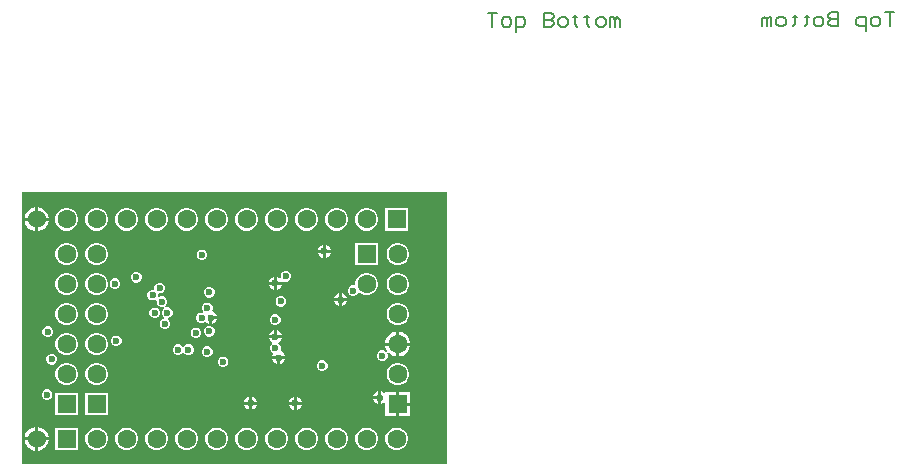
<source format=gbl>
G04*
G04 #@! TF.GenerationSoftware,Altium Limited,Altium Designer,24.3.1 (35)*
G04*
G04 Layer_Physical_Order=4*
G04 Layer_Color=16711680*
%FSLAX44Y44*%
%MOMM*%
G71*
G04*
G04 #@! TF.SameCoordinates,254911FF-814D-4673-B187-D90DD251410E*
G04*
G04*
G04 #@! TF.FilePolarity,Positive*
G04*
G01*
G75*
%ADD15C,0.1500*%
%ADD40C,1.6000*%
%ADD41R,1.6000X1.6000*%
%ADD42R,1.6000X1.6000*%
%ADD43C,1.5240*%
%ADD44C,0.6000*%
G36*
X364902Y5098D02*
X5098D01*
Y234902D01*
X364902D01*
Y5098D01*
D02*
G37*
%LPC*%
G36*
X18938Y222160D02*
X18870D01*
Y213270D01*
X27760D01*
Y213338D01*
X27068Y215922D01*
X25730Y218238D01*
X23838Y220130D01*
X21522Y221468D01*
X18938Y222160D01*
D02*
G37*
G36*
X16330D02*
X16262D01*
X13678Y221468D01*
X11362Y220130D01*
X9470Y218238D01*
X8132Y215922D01*
X7440Y213338D01*
Y213270D01*
X16330D01*
Y222160D01*
D02*
G37*
G36*
X331900Y221500D02*
X312900D01*
Y202500D01*
X331900D01*
Y221500D01*
D02*
G37*
G36*
X298251D02*
X295749D01*
X293333Y220853D01*
X291167Y219602D01*
X289398Y217833D01*
X288148Y215667D01*
X287500Y213251D01*
Y210750D01*
X288148Y208333D01*
X289398Y206167D01*
X291167Y204398D01*
X293333Y203148D01*
X295749Y202500D01*
X298251D01*
X300667Y203148D01*
X302833Y204398D01*
X304602Y206167D01*
X305853Y208333D01*
X306500Y210750D01*
Y213251D01*
X305853Y215667D01*
X304602Y217833D01*
X302833Y219602D01*
X300667Y220853D01*
X298251Y221500D01*
D02*
G37*
G36*
X272851D02*
X270349D01*
X267933Y220853D01*
X265767Y219602D01*
X263998Y217833D01*
X262748Y215667D01*
X262100Y213251D01*
Y210750D01*
X262748Y208333D01*
X263998Y206167D01*
X265767Y204398D01*
X267933Y203148D01*
X270349Y202500D01*
X272851D01*
X275267Y203148D01*
X277433Y204398D01*
X279202Y206167D01*
X280453Y208333D01*
X281100Y210750D01*
Y213251D01*
X280453Y215667D01*
X279202Y217833D01*
X277433Y219602D01*
X275267Y220853D01*
X272851Y221500D01*
D02*
G37*
G36*
X247451D02*
X244949D01*
X242533Y220853D01*
X240367Y219602D01*
X238598Y217833D01*
X237348Y215667D01*
X236700Y213251D01*
Y210750D01*
X237348Y208333D01*
X238598Y206167D01*
X240367Y204398D01*
X242533Y203148D01*
X244949Y202500D01*
X247451D01*
X249867Y203148D01*
X252033Y204398D01*
X253802Y206167D01*
X255053Y208333D01*
X255700Y210750D01*
Y213251D01*
X255053Y215667D01*
X253802Y217833D01*
X252033Y219602D01*
X249867Y220853D01*
X247451Y221500D01*
D02*
G37*
G36*
X222051D02*
X219549D01*
X217133Y220853D01*
X214967Y219602D01*
X213198Y217833D01*
X211948Y215667D01*
X211300Y213251D01*
Y210750D01*
X211948Y208333D01*
X213198Y206167D01*
X214967Y204398D01*
X217133Y203148D01*
X219549Y202500D01*
X222051D01*
X224467Y203148D01*
X226633Y204398D01*
X228402Y206167D01*
X229653Y208333D01*
X230300Y210750D01*
Y213251D01*
X229653Y215667D01*
X228402Y217833D01*
X226633Y219602D01*
X224467Y220853D01*
X222051Y221500D01*
D02*
G37*
G36*
X196651D02*
X194149D01*
X191733Y220853D01*
X189567Y219602D01*
X187798Y217833D01*
X186548Y215667D01*
X185900Y213251D01*
Y210750D01*
X186548Y208333D01*
X187798Y206167D01*
X189567Y204398D01*
X191733Y203148D01*
X194149Y202500D01*
X196651D01*
X199067Y203148D01*
X201233Y204398D01*
X203002Y206167D01*
X204253Y208333D01*
X204900Y210750D01*
Y213251D01*
X204253Y215667D01*
X203002Y217833D01*
X201233Y219602D01*
X199067Y220853D01*
X196651Y221500D01*
D02*
G37*
G36*
X171251D02*
X168749D01*
X166333Y220853D01*
X164167Y219602D01*
X162398Y217833D01*
X161148Y215667D01*
X160500Y213251D01*
Y210750D01*
X161148Y208333D01*
X162398Y206167D01*
X164167Y204398D01*
X166333Y203148D01*
X168749Y202500D01*
X171251D01*
X173667Y203148D01*
X175833Y204398D01*
X177602Y206167D01*
X178853Y208333D01*
X179500Y210750D01*
Y213251D01*
X178853Y215667D01*
X177602Y217833D01*
X175833Y219602D01*
X173667Y220853D01*
X171251Y221500D01*
D02*
G37*
G36*
X145851D02*
X143349D01*
X140933Y220853D01*
X138767Y219602D01*
X136998Y217833D01*
X135748Y215667D01*
X135100Y213251D01*
Y210750D01*
X135748Y208333D01*
X136998Y206167D01*
X138767Y204398D01*
X140933Y203148D01*
X143349Y202500D01*
X145851D01*
X148267Y203148D01*
X150433Y204398D01*
X152202Y206167D01*
X153453Y208333D01*
X154100Y210750D01*
Y213251D01*
X153453Y215667D01*
X152202Y217833D01*
X150433Y219602D01*
X148267Y220853D01*
X145851Y221500D01*
D02*
G37*
G36*
X120451D02*
X117949D01*
X115533Y220853D01*
X113367Y219602D01*
X111598Y217833D01*
X110348Y215667D01*
X109700Y213251D01*
Y210750D01*
X110348Y208333D01*
X111598Y206167D01*
X113367Y204398D01*
X115533Y203148D01*
X117949Y202500D01*
X120451D01*
X122867Y203148D01*
X125033Y204398D01*
X126802Y206167D01*
X128053Y208333D01*
X128700Y210750D01*
Y213251D01*
X128053Y215667D01*
X126802Y217833D01*
X125033Y219602D01*
X122867Y220853D01*
X120451Y221500D01*
D02*
G37*
G36*
X95051D02*
X92549D01*
X90133Y220853D01*
X87967Y219602D01*
X86198Y217833D01*
X84948Y215667D01*
X84300Y213251D01*
Y210750D01*
X84948Y208333D01*
X86198Y206167D01*
X87967Y204398D01*
X90133Y203148D01*
X92549Y202500D01*
X95051D01*
X97467Y203148D01*
X99633Y204398D01*
X101402Y206167D01*
X102653Y208333D01*
X103300Y210750D01*
Y213251D01*
X102653Y215667D01*
X101402Y217833D01*
X99633Y219602D01*
X97467Y220853D01*
X95051Y221500D01*
D02*
G37*
G36*
X69651D02*
X67149D01*
X64733Y220853D01*
X62567Y219602D01*
X60798Y217833D01*
X59548Y215667D01*
X58900Y213251D01*
Y210750D01*
X59548Y208333D01*
X60798Y206167D01*
X62567Y204398D01*
X64733Y203148D01*
X67149Y202500D01*
X69651D01*
X72067Y203148D01*
X74233Y204398D01*
X76002Y206167D01*
X77253Y208333D01*
X77900Y210750D01*
Y213251D01*
X77253Y215667D01*
X76002Y217833D01*
X74233Y219602D01*
X72067Y220853D01*
X69651Y221500D01*
D02*
G37*
G36*
X44251D02*
X41749D01*
X39333Y220853D01*
X37167Y219602D01*
X35398Y217833D01*
X34148Y215667D01*
X33500Y213251D01*
Y210750D01*
X34148Y208333D01*
X35398Y206167D01*
X37167Y204398D01*
X39333Y203148D01*
X41749Y202500D01*
X44251D01*
X46667Y203148D01*
X48833Y204398D01*
X50602Y206167D01*
X51853Y208333D01*
X52500Y210750D01*
Y213251D01*
X51853Y215667D01*
X50602Y217833D01*
X48833Y219602D01*
X46667Y220853D01*
X44251Y221500D01*
D02*
G37*
G36*
X27760Y210730D02*
X18870D01*
Y201840D01*
X18938D01*
X21522Y202532D01*
X23838Y203870D01*
X25730Y205762D01*
X27068Y208078D01*
X27760Y210662D01*
Y210730D01*
D02*
G37*
G36*
X16330D02*
X7440D01*
Y210662D01*
X8132Y208078D01*
X9470Y205762D01*
X11362Y203870D01*
X13678Y202532D01*
X16262Y201840D01*
X16330D01*
Y210730D01*
D02*
G37*
G36*
X262270Y190470D02*
Y186270D01*
X266471D01*
X265697Y188138D01*
X264138Y189697D01*
X262270Y190470D01*
D02*
G37*
G36*
X259730D02*
X257862Y189697D01*
X256304Y188138D01*
X255530Y186270D01*
X259730D01*
Y190470D01*
D02*
G37*
G36*
X266471Y183730D02*
X262270D01*
Y179530D01*
X264138Y180303D01*
X265697Y181862D01*
X266471Y183730D01*
D02*
G37*
G36*
X259730D02*
X255530D01*
X256304Y181862D01*
X257862Y180303D01*
X259730Y179530D01*
Y183730D01*
D02*
G37*
G36*
X158395Y186364D02*
X156605D01*
X154951Y185679D01*
X153685Y184413D01*
X153000Y182759D01*
Y180969D01*
X153685Y179315D01*
X154951Y178049D01*
X156605Y177364D01*
X158395D01*
X160049Y178049D01*
X161315Y179315D01*
X162000Y180969D01*
Y182759D01*
X161315Y184413D01*
X160049Y185679D01*
X158395Y186364D01*
D02*
G37*
G36*
X324651Y192100D02*
X322149D01*
X319733Y191453D01*
X317567Y190202D01*
X315798Y188433D01*
X314548Y186267D01*
X313900Y183851D01*
Y181350D01*
X314548Y178934D01*
X315798Y176767D01*
X317567Y174998D01*
X319733Y173748D01*
X322149Y173100D01*
X324651D01*
X327067Y173748D01*
X329233Y174998D01*
X331002Y176767D01*
X332253Y178934D01*
X332900Y181350D01*
Y183851D01*
X332253Y186267D01*
X331002Y188433D01*
X329233Y190202D01*
X327067Y191453D01*
X324651Y192100D01*
D02*
G37*
G36*
X306500D02*
X287500D01*
Y173100D01*
X306500D01*
Y192100D01*
D02*
G37*
G36*
X69651D02*
X67149D01*
X64733Y191453D01*
X62567Y190202D01*
X60798Y188433D01*
X59548Y186267D01*
X58900Y183851D01*
Y181350D01*
X59548Y178934D01*
X60798Y176767D01*
X62567Y174998D01*
X64733Y173748D01*
X67149Y173100D01*
X69651D01*
X72067Y173748D01*
X74233Y174998D01*
X76002Y176767D01*
X77253Y178934D01*
X77900Y181350D01*
Y183851D01*
X77253Y186267D01*
X76002Y188433D01*
X74233Y190202D01*
X72067Y191453D01*
X69651Y192100D01*
D02*
G37*
G36*
X44251D02*
X41749D01*
X39333Y191453D01*
X37167Y190202D01*
X35398Y188433D01*
X34148Y186267D01*
X33500Y183851D01*
Y181350D01*
X34148Y178934D01*
X35398Y176767D01*
X37167Y174998D01*
X39333Y173748D01*
X41749Y173100D01*
X44251D01*
X46667Y173748D01*
X48833Y174998D01*
X50602Y176767D01*
X51853Y178934D01*
X52500Y181350D01*
Y183851D01*
X51853Y186267D01*
X50602Y188433D01*
X48833Y190202D01*
X46667Y191453D01*
X44251Y192100D01*
D02*
G37*
G36*
X229595Y168250D02*
X227805D01*
X226151Y167565D01*
X224885Y166299D01*
X224200Y164646D01*
Y163131D01*
X223406Y162621D01*
X223027Y162508D01*
X222838Y162697D01*
X220970Y163471D01*
Y159270D01*
X225467D01*
X225807Y159601D01*
X226294Y159876D01*
X227805Y159250D01*
X229595D01*
X231249Y159936D01*
X232515Y161201D01*
X233200Y162855D01*
Y164646D01*
X232515Y166299D01*
X231249Y167565D01*
X229595Y168250D01*
D02*
G37*
G36*
X218430Y163471D02*
X216562Y162697D01*
X215004Y161138D01*
X214230Y159270D01*
X218430D01*
Y163471D01*
D02*
G37*
G36*
X102895Y167500D02*
X101105D01*
X99451Y166815D01*
X98185Y165549D01*
X97500Y163895D01*
Y162105D01*
X98185Y160451D01*
X99451Y159185D01*
X101105Y158500D01*
X102895D01*
X104549Y159185D01*
X105815Y160451D01*
X106500Y162105D01*
Y163895D01*
X105815Y165549D01*
X104549Y166815D01*
X102895Y167500D01*
D02*
G37*
G36*
X84745Y162126D02*
X82955D01*
X81301Y161441D01*
X80035Y160175D01*
X79350Y158521D01*
Y156730D01*
X80035Y155077D01*
X81301Y153811D01*
X82955Y153126D01*
X84745D01*
X86399Y153811D01*
X87665Y155077D01*
X88350Y156730D01*
Y158521D01*
X87665Y160175D01*
X86399Y161441D01*
X84745Y162126D01*
D02*
G37*
G36*
X225170Y156730D02*
X220970D01*
Y152530D01*
X222838Y153304D01*
X224397Y154862D01*
X225170Y156730D01*
D02*
G37*
G36*
X218430D02*
X214230D01*
X215004Y154862D01*
X216562Y153304D01*
X218430Y152530D01*
Y156730D01*
D02*
G37*
G36*
X324651Y166700D02*
X322149D01*
X319733Y166053D01*
X317567Y164802D01*
X315798Y163034D01*
X314548Y160867D01*
X313900Y158451D01*
Y155950D01*
X314548Y153533D01*
X315798Y151367D01*
X317567Y149599D01*
X319733Y148348D01*
X322149Y147700D01*
X324651D01*
X327067Y148348D01*
X329233Y149599D01*
X331002Y151367D01*
X332253Y153533D01*
X332900Y155950D01*
Y158451D01*
X332253Y160867D01*
X331002Y163034D01*
X329233Y164802D01*
X327067Y166053D01*
X324651Y166700D01*
D02*
G37*
G36*
X298251D02*
X295749D01*
X293333Y166053D01*
X291167Y164802D01*
X289398Y163034D01*
X288148Y160867D01*
X287500Y158451D01*
Y157106D01*
X286749Y156042D01*
X284959D01*
X283305Y155357D01*
X282039Y154091D01*
X281354Y152437D01*
Y150647D01*
X282039Y148993D01*
X283305Y147727D01*
X284959Y147042D01*
X286749D01*
X288403Y147727D01*
X289669Y148993D01*
X289848Y149424D01*
X290875Y149629D01*
X291270Y149539D01*
X293333Y148348D01*
X295749Y147700D01*
X298251D01*
X300667Y148348D01*
X302833Y149599D01*
X304602Y151367D01*
X305853Y153533D01*
X306500Y155950D01*
Y158451D01*
X305853Y160867D01*
X304602Y163034D01*
X302833Y164802D01*
X300667Y166053D01*
X298251Y166700D01*
D02*
G37*
G36*
X69651D02*
X67149D01*
X64733Y166053D01*
X62567Y164802D01*
X60798Y163034D01*
X59548Y160867D01*
X58900Y158451D01*
Y155950D01*
X59548Y153533D01*
X60798Y151367D01*
X62567Y149599D01*
X64733Y148348D01*
X67149Y147700D01*
X69651D01*
X72067Y148348D01*
X74233Y149599D01*
X76002Y151367D01*
X77253Y153533D01*
X77900Y155950D01*
Y158451D01*
X77253Y160867D01*
X76002Y163034D01*
X74233Y164802D01*
X72067Y166053D01*
X69651Y166700D01*
D02*
G37*
G36*
X44251D02*
X41749D01*
X39333Y166053D01*
X37167Y164802D01*
X35398Y163034D01*
X34148Y160867D01*
X33500Y158451D01*
Y155950D01*
X34148Y153533D01*
X35398Y151367D01*
X37167Y149599D01*
X39333Y148348D01*
X41749Y147700D01*
X44251D01*
X46667Y148348D01*
X48833Y149599D01*
X50602Y151367D01*
X51853Y153533D01*
X52500Y155950D01*
Y158451D01*
X51853Y160867D01*
X50602Y163034D01*
X48833Y164802D01*
X46667Y166053D01*
X44251Y166700D01*
D02*
G37*
G36*
X164693Y154758D02*
X162902D01*
X161248Y154073D01*
X159983Y152807D01*
X159298Y151153D01*
Y149363D01*
X159983Y147709D01*
X161248Y146443D01*
X162902Y145758D01*
X164693D01*
X166346Y146443D01*
X167612Y147709D01*
X168298Y149363D01*
Y151153D01*
X167612Y152807D01*
X166346Y154073D01*
X164693Y154758D01*
D02*
G37*
G36*
X276270Y149471D02*
Y145270D01*
X280470D01*
X279697Y147139D01*
X278138Y148697D01*
X276270Y149471D01*
D02*
G37*
G36*
X273730D02*
X271862Y148697D01*
X270303Y147139D01*
X269530Y145270D01*
X273730D01*
Y149471D01*
D02*
G37*
G36*
X280470Y142730D02*
X276270D01*
Y138530D01*
X278138Y139304D01*
X279697Y140862D01*
X280470Y142730D01*
D02*
G37*
G36*
X273730D02*
X269530D01*
X270303Y140862D01*
X271862Y139304D01*
X273730Y138530D01*
Y142730D01*
D02*
G37*
G36*
X225345Y146950D02*
X223555D01*
X221901Y146265D01*
X220635Y145000D01*
X219950Y143345D01*
Y141555D01*
X220635Y139901D01*
X221901Y138636D01*
X223555Y137950D01*
X225345D01*
X226999Y138636D01*
X228265Y139901D01*
X228950Y141555D01*
Y143345D01*
X228265Y145000D01*
X226999Y146265D01*
X225345Y146950D01*
D02*
G37*
G36*
X118395Y137319D02*
X116605D01*
X114951Y136634D01*
X113685Y135368D01*
X113000Y133714D01*
Y131924D01*
X113685Y130270D01*
X114951Y129004D01*
X116605Y128319D01*
X118395D01*
X120049Y129004D01*
X121315Y130270D01*
X122000Y131924D01*
Y133714D01*
X121315Y135368D01*
X120049Y136634D01*
X118395Y137319D01*
D02*
G37*
G36*
X170320Y127230D02*
X166120D01*
Y123030D01*
X167988Y123804D01*
X169547Y125362D01*
X170320Y127230D01*
D02*
G37*
G36*
X163032Y141431D02*
X161242D01*
X159588Y140746D01*
X158322Y139480D01*
X157637Y137826D01*
Y136036D01*
X158322Y134382D01*
X158512Y134192D01*
X158312Y133615D01*
X157889Y133019D01*
X156315D01*
X154661Y132334D01*
X153395Y131068D01*
X152710Y129414D01*
Y127624D01*
X153395Y125970D01*
X154661Y124704D01*
X156315Y124019D01*
X158105D01*
X159759Y124704D01*
X160285Y125230D01*
X161712Y123804D01*
X163580Y123030D01*
Y128500D01*
X164850D01*
Y129770D01*
X170320D01*
X169547Y131638D01*
X167988Y133197D01*
X166915Y133642D01*
X166877Y133670D01*
X166296Y135214D01*
X166637Y136036D01*
Y137826D01*
X165952Y139480D01*
X164686Y140746D01*
X163032Y141431D01*
D02*
G37*
G36*
X220595Y131500D02*
X218805D01*
X217151Y130815D01*
X215885Y129549D01*
X215200Y127895D01*
Y126105D01*
X215885Y124451D01*
X217151Y123186D01*
X218805Y122500D01*
X220595D01*
X222249Y123186D01*
X223515Y124451D01*
X224200Y126105D01*
Y127895D01*
X223515Y129549D01*
X222249Y130815D01*
X220595Y131500D01*
D02*
G37*
G36*
X324651Y141300D02*
X322149D01*
X319733Y140653D01*
X317567Y139402D01*
X315798Y137633D01*
X314548Y135467D01*
X313900Y133051D01*
Y130550D01*
X314548Y128133D01*
X315798Y125967D01*
X317567Y124199D01*
X319733Y122948D01*
X322149Y122300D01*
X324651D01*
X327067Y122948D01*
X329233Y124199D01*
X331002Y125967D01*
X332253Y128133D01*
X332900Y130550D01*
Y133051D01*
X332253Y135467D01*
X331002Y137633D01*
X329233Y139402D01*
X327067Y140653D01*
X324651Y141300D01*
D02*
G37*
G36*
X69651D02*
X67149D01*
X64733Y140653D01*
X62567Y139402D01*
X60798Y137633D01*
X59548Y135467D01*
X58900Y133051D01*
Y130550D01*
X59548Y128133D01*
X60798Y125967D01*
X62567Y124199D01*
X64733Y122948D01*
X67149Y122300D01*
X69651D01*
X72067Y122948D01*
X74233Y124199D01*
X76002Y125967D01*
X77253Y128133D01*
X77900Y130550D01*
Y133051D01*
X77253Y135467D01*
X76002Y137633D01*
X74233Y139402D01*
X72067Y140653D01*
X69651Y141300D01*
D02*
G37*
G36*
X44251D02*
X41749D01*
X39333Y140653D01*
X37167Y139402D01*
X35398Y137633D01*
X34148Y135467D01*
X33500Y133051D01*
Y130550D01*
X34148Y128133D01*
X35398Y125967D01*
X37167Y124199D01*
X39333Y122948D01*
X41749Y122300D01*
X44251D01*
X46667Y122948D01*
X48833Y124199D01*
X50602Y125967D01*
X51853Y128133D01*
X52500Y130550D01*
Y133051D01*
X51853Y135467D01*
X50602Y137633D01*
X48833Y139402D01*
X46667Y140653D01*
X44251Y141300D01*
D02*
G37*
G36*
X122620Y158311D02*
X120830D01*
X119176Y157626D01*
X117910Y156360D01*
X117225Y154706D01*
Y153484D01*
X117020Y152805D01*
X116101Y152311D01*
X115080D01*
X113426Y151626D01*
X112160Y150360D01*
X111475Y148706D01*
Y146916D01*
X112160Y145262D01*
X113426Y143996D01*
X115080Y143311D01*
X116870D01*
X118153Y143842D01*
X118956Y143263D01*
X119185Y143049D01*
X119212Y143011D01*
Y141288D01*
X119897Y139634D01*
X121163Y138368D01*
X122816Y137683D01*
X124607D01*
X125138Y137903D01*
X125176Y137919D01*
X125782Y136866D01*
X125705Y136788D01*
X124517Y135600D01*
X123832Y133946D01*
Y132156D01*
X124517Y130502D01*
X125763Y129255D01*
X125761Y129146D01*
X125484Y127985D01*
X125296D01*
X123642Y127300D01*
X122376Y126034D01*
X121691Y124380D01*
Y122590D01*
X122376Y120936D01*
X123642Y119670D01*
X125296Y118985D01*
X127086D01*
X128740Y119670D01*
X130006Y120936D01*
X130691Y122590D01*
Y124380D01*
X130006Y126034D01*
X128759Y127281D01*
X128761Y127390D01*
X129039Y128551D01*
X129227D01*
X130881Y129236D01*
X132146Y130502D01*
X132831Y132156D01*
Y133946D01*
X132146Y135600D01*
X130881Y136866D01*
X129227Y137551D01*
X127436D01*
X126905Y137331D01*
X126867Y137315D01*
X126261Y138368D01*
X126338Y138446D01*
X127526Y139634D01*
X128211Y141288D01*
Y143078D01*
X127526Y144732D01*
X126261Y145998D01*
X124607Y146683D01*
X122816D01*
X121533Y146152D01*
X120731Y146731D01*
X120502Y146945D01*
X120475Y146983D01*
Y148137D01*
X120680Y148816D01*
X121599Y149311D01*
X122620D01*
X124274Y149996D01*
X125540Y151262D01*
X126225Y152916D01*
Y154706D01*
X125540Y156360D01*
X124274Y157626D01*
X122620Y158311D01*
D02*
G37*
G36*
X220970Y118171D02*
Y113970D01*
X225170D01*
X224397Y115838D01*
X222838Y117397D01*
X220970Y118171D01*
D02*
G37*
G36*
X218430D02*
X216562Y117397D01*
X215004Y115838D01*
X214230Y113970D01*
X218430D01*
Y118171D01*
D02*
G37*
G36*
X164693Y121658D02*
X162902D01*
X161248Y120973D01*
X159983Y119707D01*
X159298Y118053D01*
Y116263D01*
X159983Y114609D01*
X161248Y113343D01*
X162902Y112658D01*
X164693D01*
X166346Y113343D01*
X167612Y114609D01*
X168298Y116263D01*
Y118053D01*
X167612Y119707D01*
X166346Y120973D01*
X164693Y121658D01*
D02*
G37*
G36*
X27880Y121505D02*
X26090D01*
X24436Y120820D01*
X23170Y119554D01*
X22485Y117900D01*
Y116110D01*
X23170Y114456D01*
X24436Y113190D01*
X26090Y112505D01*
X27880D01*
X29534Y113190D01*
X30800Y114456D01*
X31485Y116110D01*
Y117900D01*
X30800Y119554D01*
X29534Y120820D01*
X27880Y121505D01*
D02*
G37*
G36*
X153395Y120300D02*
X151605D01*
X149951Y119615D01*
X148685Y118349D01*
X148000Y116695D01*
Y114905D01*
X148685Y113251D01*
X149951Y111985D01*
X151605Y111300D01*
X153395D01*
X155049Y111985D01*
X156315Y113251D01*
X157000Y114905D01*
Y116695D01*
X156315Y118349D01*
X155049Y119615D01*
X153395Y120300D01*
D02*
G37*
G36*
X324788Y116940D02*
X324670D01*
Y107670D01*
X333940D01*
Y107788D01*
X333222Y110469D01*
X331834Y112872D01*
X329872Y114834D01*
X327468Y116222D01*
X324788Y116940D01*
D02*
G37*
G36*
X322130D02*
X322012D01*
X319332Y116222D01*
X316928Y114834D01*
X314966Y112872D01*
X313578Y110469D01*
X312860Y107788D01*
Y107670D01*
X322130D01*
Y116940D01*
D02*
G37*
G36*
X85895Y113500D02*
X84105D01*
X82451Y112815D01*
X81185Y111549D01*
X80500Y109895D01*
Y108105D01*
X81185Y106451D01*
X82451Y105185D01*
X84105Y104500D01*
X85895D01*
X87549Y105185D01*
X88815Y106451D01*
X89500Y108105D01*
Y109895D01*
X88815Y111549D01*
X87549Y112815D01*
X85895Y113500D01*
D02*
G37*
G36*
X147098Y106038D02*
X145307D01*
X143653Y105353D01*
X142601Y104300D01*
X141851Y104176D01*
X141101Y104300D01*
X140049Y105353D01*
X138395Y106038D01*
X136605D01*
X134951Y105353D01*
X133685Y104087D01*
X133000Y102433D01*
Y100643D01*
X133685Y98989D01*
X134951Y97723D01*
X136605Y97038D01*
X138395D01*
X140049Y97723D01*
X141101Y98775D01*
X141851Y98900D01*
X142601Y98775D01*
X143653Y97723D01*
X145307Y97038D01*
X147098D01*
X148751Y97723D01*
X150017Y98989D01*
X150702Y100643D01*
Y102433D01*
X150017Y104087D01*
X148751Y105353D01*
X147098Y106038D01*
D02*
G37*
G36*
X322130Y105130D02*
X312860D01*
Y105013D01*
X313578Y102332D01*
X314658Y100463D01*
X314756Y100292D01*
X313740Y99512D01*
X313577Y99675D01*
X312987Y100265D01*
X311333Y100950D01*
X309543D01*
X307889Y100265D01*
X306623Y98999D01*
X305938Y97345D01*
Y95555D01*
X306623Y93901D01*
X307889Y92635D01*
X309543Y91950D01*
X311333D01*
X312987Y92635D01*
X314253Y93901D01*
X314938Y95555D01*
Y97345D01*
X314463Y98491D01*
X314361Y98737D01*
X315438Y99457D01*
X315559Y99336D01*
X316928Y97966D01*
X319332Y96579D01*
X322012Y95860D01*
X322130D01*
Y105130D01*
D02*
G37*
G36*
X69651Y115900D02*
X67149D01*
X64733Y115253D01*
X62567Y114002D01*
X60798Y112233D01*
X59548Y110067D01*
X58900Y107651D01*
Y105150D01*
X59548Y102733D01*
X60798Y100567D01*
X62567Y98799D01*
X64733Y97548D01*
X67149Y96900D01*
X69651D01*
X72067Y97548D01*
X74233Y98799D01*
X76002Y100567D01*
X77253Y102733D01*
X77900Y105150D01*
Y107651D01*
X77253Y110067D01*
X76002Y112233D01*
X74233Y114002D01*
X72067Y115253D01*
X69651Y115900D01*
D02*
G37*
G36*
X44251D02*
X41749D01*
X39333Y115253D01*
X37167Y114002D01*
X35398Y112233D01*
X34148Y110067D01*
X33500Y107651D01*
Y105150D01*
X34148Y102733D01*
X35398Y100567D01*
X37167Y98799D01*
X39333Y97548D01*
X41749Y96900D01*
X44251D01*
X46667Y97548D01*
X48833Y98799D01*
X50602Y100567D01*
X51853Y102733D01*
X52500Y105150D01*
Y107651D01*
X51853Y110067D01*
X50602Y112233D01*
X48833Y114002D01*
X46667Y115253D01*
X44251Y115900D01*
D02*
G37*
G36*
X225170Y111430D02*
X214230D01*
X215004Y109562D01*
X216562Y108004D01*
X216994Y107825D01*
X217087Y107047D01*
X217059Y106423D01*
X215885Y105249D01*
X215200Y103596D01*
Y101805D01*
X215885Y100151D01*
X217151Y98885D01*
X217976Y98544D01*
X218057Y98137D01*
X217283Y96269D01*
X228223D01*
X227450Y98137D01*
X225891Y99696D01*
X224875Y100117D01*
X224162Y101713D01*
X224200Y101805D01*
Y103596D01*
X223515Y105249D01*
X222341Y106423D01*
X222313Y107047D01*
X222406Y107825D01*
X222838Y108004D01*
X224397Y109562D01*
X225170Y111430D01*
D02*
G37*
G36*
X333940Y105130D02*
X324670D01*
Y95860D01*
X324788D01*
X327468Y96579D01*
X329872Y97966D01*
X331834Y99929D01*
X333222Y102332D01*
X333940Y105013D01*
Y105130D01*
D02*
G37*
G36*
X162995Y104400D02*
X161205D01*
X159551Y103715D01*
X158285Y102449D01*
X157600Y100795D01*
Y99005D01*
X158285Y97351D01*
X159551Y96086D01*
X161205Y95400D01*
X162995D01*
X164649Y96086D01*
X165915Y97351D01*
X166600Y99005D01*
Y100795D01*
X165915Y102449D01*
X164649Y103715D01*
X162995Y104400D01*
D02*
G37*
G36*
X228223Y93729D02*
X224023D01*
Y89529D01*
X225891Y90303D01*
X227450Y91861D01*
X228223Y93729D01*
D02*
G37*
G36*
X221483D02*
X217283D01*
X218057Y91861D01*
X219615Y90303D01*
X221483Y89529D01*
Y93729D01*
D02*
G37*
G36*
X31195Y98049D02*
X29405D01*
X27751Y97364D01*
X26485Y96098D01*
X25800Y94444D01*
Y92654D01*
X26485Y91000D01*
X27751Y89734D01*
X29405Y89049D01*
X31195D01*
X32849Y89734D01*
X34115Y91000D01*
X34800Y92654D01*
Y94444D01*
X34115Y96098D01*
X32849Y97364D01*
X31195Y98049D01*
D02*
G37*
G36*
X176395Y95750D02*
X174605D01*
X172951Y95065D01*
X171685Y93799D01*
X171000Y92145D01*
Y90355D01*
X171685Y88701D01*
X172951Y87435D01*
X174605Y86750D01*
X176395D01*
X178049Y87435D01*
X179315Y88701D01*
X180000Y90355D01*
Y92145D01*
X179315Y93799D01*
X178049Y95065D01*
X176395Y95750D01*
D02*
G37*
G36*
X260399Y92715D02*
X258609D01*
X256955Y92030D01*
X255689Y90764D01*
X255004Y89110D01*
Y87320D01*
X255689Y85666D01*
X256955Y84400D01*
X258609Y83715D01*
X260399D01*
X262053Y84400D01*
X263319Y85666D01*
X264004Y87320D01*
Y89110D01*
X263319Y90764D01*
X262053Y92030D01*
X260399Y92715D01*
D02*
G37*
G36*
X324651Y90500D02*
X322149D01*
X319733Y89853D01*
X317567Y88602D01*
X315798Y86833D01*
X314548Y84667D01*
X313900Y82251D01*
Y79750D01*
X314548Y77333D01*
X315798Y75167D01*
X317567Y73398D01*
X319733Y72148D01*
X322149Y71500D01*
X324651D01*
X327067Y72148D01*
X329233Y73398D01*
X331002Y75167D01*
X332253Y77333D01*
X332900Y79750D01*
Y82251D01*
X332253Y84667D01*
X331002Y86833D01*
X329233Y88602D01*
X327067Y89853D01*
X324651Y90500D01*
D02*
G37*
G36*
X69651D02*
X67149D01*
X64733Y89853D01*
X62567Y88602D01*
X60798Y86833D01*
X59548Y84667D01*
X58900Y82251D01*
Y79750D01*
X59548Y77333D01*
X60798Y75167D01*
X62567Y73398D01*
X64733Y72148D01*
X67149Y71500D01*
X69651D01*
X72067Y72148D01*
X74233Y73398D01*
X76002Y75167D01*
X77253Y77333D01*
X77900Y79750D01*
Y82251D01*
X77253Y84667D01*
X76002Y86833D01*
X74233Y88602D01*
X72067Y89853D01*
X69651Y90500D01*
D02*
G37*
G36*
X44251D02*
X41749D01*
X39333Y89853D01*
X37167Y88602D01*
X35398Y86833D01*
X34148Y84667D01*
X33500Y82251D01*
Y79750D01*
X34148Y77333D01*
X35398Y75167D01*
X37167Y73398D01*
X39333Y72148D01*
X41749Y71500D01*
X44251D01*
X46667Y72148D01*
X48833Y73398D01*
X50602Y75167D01*
X51853Y77333D01*
X52500Y79750D01*
Y82251D01*
X51853Y84667D01*
X50602Y86833D01*
X48833Y88602D01*
X46667Y89853D01*
X44251Y90500D01*
D02*
G37*
G36*
X306730Y66471D02*
X304862Y65697D01*
X303303Y64138D01*
X302530Y62270D01*
X306730D01*
Y66471D01*
D02*
G37*
G36*
X27380Y68100D02*
X25590D01*
X23936Y67415D01*
X22670Y66149D01*
X21985Y64496D01*
Y62705D01*
X22670Y61051D01*
X23936Y59785D01*
X25590Y59100D01*
X27380D01*
X29034Y59785D01*
X30300Y61051D01*
X30985Y62705D01*
Y64496D01*
X30300Y66149D01*
X29034Y67415D01*
X27380Y68100D01*
D02*
G37*
G36*
X200037Y61922D02*
Y57722D01*
X204237D01*
X203464Y59590D01*
X201905Y61149D01*
X200037Y61922D01*
D02*
G37*
G36*
X197497D02*
X195629Y61149D01*
X194070Y59590D01*
X193297Y57722D01*
X197497D01*
Y61922D01*
D02*
G37*
G36*
X237766Y61846D02*
Y57645D01*
X241966D01*
X241192Y59514D01*
X239634Y61072D01*
X237766Y61846D01*
D02*
G37*
G36*
X235226D02*
X233358Y61072D01*
X231799Y59514D01*
X231025Y57645D01*
X235226D01*
Y61846D01*
D02*
G37*
G36*
X333940Y66140D02*
X324670D01*
Y56870D01*
X333940D01*
Y66140D01*
D02*
G37*
G36*
X306730Y59730D02*
X302530D01*
X303303Y57862D01*
X304862Y56304D01*
X306730Y55530D01*
Y59730D01*
D02*
G37*
G36*
X204237Y55182D02*
X200037D01*
Y50981D01*
X201905Y51755D01*
X203464Y53314D01*
X204237Y55182D01*
D02*
G37*
G36*
X197497D02*
X193297D01*
X194070Y53314D01*
X195629Y51755D01*
X197497Y50981D01*
Y55182D01*
D02*
G37*
G36*
X241966Y55105D02*
X237766D01*
Y50905D01*
X239634Y51679D01*
X241192Y53237D01*
X241966Y55105D01*
D02*
G37*
G36*
X235226D02*
X231025D01*
X231799Y53237D01*
X233358Y51679D01*
X235226Y50905D01*
Y55105D01*
D02*
G37*
G36*
X77900Y65100D02*
X58900D01*
Y46100D01*
X77900D01*
Y65100D01*
D02*
G37*
G36*
X52500D02*
X33500D01*
Y46100D01*
X52500D01*
Y65100D01*
D02*
G37*
G36*
X333940Y54330D02*
X324670D01*
Y45060D01*
X333940D01*
Y54330D01*
D02*
G37*
G36*
X309270Y66471D02*
Y61000D01*
Y55530D01*
X311138Y56304D01*
X311590Y56756D01*
X312860Y56230D01*
Y45060D01*
X322130D01*
Y55600D01*
Y66140D01*
X312860D01*
Y65771D01*
X311590Y65245D01*
X311138Y65697D01*
X309270Y66471D01*
D02*
G37*
G36*
X18938Y36360D02*
X18870D01*
Y27470D01*
X27760D01*
Y27538D01*
X27068Y30122D01*
X25730Y32438D01*
X23838Y34330D01*
X21522Y35668D01*
X18938Y36360D01*
D02*
G37*
G36*
X16330D02*
X16262D01*
X13678Y35668D01*
X11362Y34330D01*
X9470Y32438D01*
X8132Y30122D01*
X7440Y27538D01*
Y27470D01*
X16330D01*
Y36360D01*
D02*
G37*
G36*
X323651Y35700D02*
X321149D01*
X318733Y35053D01*
X316567Y33802D01*
X314798Y32034D01*
X313547Y29867D01*
X312900Y27451D01*
Y24950D01*
X313547Y22534D01*
X314798Y20367D01*
X316567Y18599D01*
X318733Y17348D01*
X321149Y16700D01*
X323651D01*
X326067Y17348D01*
X328233Y18599D01*
X330002Y20367D01*
X331253Y22534D01*
X331900Y24950D01*
Y27451D01*
X331253Y29867D01*
X330002Y32034D01*
X328233Y33802D01*
X326067Y35053D01*
X323651Y35700D01*
D02*
G37*
G36*
X298251D02*
X295749D01*
X293333Y35053D01*
X291167Y33802D01*
X289398Y32034D01*
X288148Y29867D01*
X287500Y27451D01*
Y24950D01*
X288148Y22534D01*
X289398Y20367D01*
X291167Y18599D01*
X293333Y17348D01*
X295749Y16700D01*
X298251D01*
X300667Y17348D01*
X302833Y18599D01*
X304602Y20367D01*
X305853Y22534D01*
X306500Y24950D01*
Y27451D01*
X305853Y29867D01*
X304602Y32034D01*
X302833Y33802D01*
X300667Y35053D01*
X298251Y35700D01*
D02*
G37*
G36*
X272851D02*
X270349D01*
X267933Y35053D01*
X265767Y33802D01*
X263998Y32034D01*
X262747Y29867D01*
X262100Y27451D01*
Y24950D01*
X262747Y22534D01*
X263998Y20367D01*
X265767Y18599D01*
X267933Y17348D01*
X270349Y16700D01*
X272851D01*
X275267Y17348D01*
X277433Y18599D01*
X279202Y20367D01*
X280453Y22534D01*
X281100Y24950D01*
Y27451D01*
X280453Y29867D01*
X279202Y32034D01*
X277433Y33802D01*
X275267Y35053D01*
X272851Y35700D01*
D02*
G37*
G36*
X247451D02*
X244949D01*
X242533Y35053D01*
X240367Y33802D01*
X238598Y32034D01*
X237348Y29867D01*
X236700Y27451D01*
Y24950D01*
X237348Y22534D01*
X238598Y20367D01*
X240367Y18599D01*
X242533Y17348D01*
X244949Y16700D01*
X247451D01*
X249867Y17348D01*
X252033Y18599D01*
X253802Y20367D01*
X255053Y22534D01*
X255700Y24950D01*
Y27451D01*
X255053Y29867D01*
X253802Y32034D01*
X252033Y33802D01*
X249867Y35053D01*
X247451Y35700D01*
D02*
G37*
G36*
X222051D02*
X219549D01*
X217133Y35053D01*
X214967Y33802D01*
X213198Y32034D01*
X211947Y29867D01*
X211300Y27451D01*
Y24950D01*
X211947Y22534D01*
X213198Y20367D01*
X214967Y18599D01*
X217133Y17348D01*
X219549Y16700D01*
X222051D01*
X224467Y17348D01*
X226633Y18599D01*
X228402Y20367D01*
X229653Y22534D01*
X230300Y24950D01*
Y27451D01*
X229653Y29867D01*
X228402Y32034D01*
X226633Y33802D01*
X224467Y35053D01*
X222051Y35700D01*
D02*
G37*
G36*
X196651D02*
X194149D01*
X191733Y35053D01*
X189567Y33802D01*
X187798Y32034D01*
X186548Y29867D01*
X185900Y27451D01*
Y24950D01*
X186548Y22534D01*
X187798Y20367D01*
X189567Y18599D01*
X191733Y17348D01*
X194149Y16700D01*
X196651D01*
X199067Y17348D01*
X201233Y18599D01*
X203002Y20367D01*
X204253Y22534D01*
X204900Y24950D01*
Y27451D01*
X204253Y29867D01*
X203002Y32034D01*
X201233Y33802D01*
X199067Y35053D01*
X196651Y35700D01*
D02*
G37*
G36*
X171251D02*
X168749D01*
X166333Y35053D01*
X164167Y33802D01*
X162398Y32034D01*
X161147Y29867D01*
X160500Y27451D01*
Y24950D01*
X161147Y22534D01*
X162398Y20367D01*
X164167Y18599D01*
X166333Y17348D01*
X168749Y16700D01*
X171251D01*
X173667Y17348D01*
X175833Y18599D01*
X177602Y20367D01*
X178853Y22534D01*
X179500Y24950D01*
Y27451D01*
X178853Y29867D01*
X177602Y32034D01*
X175833Y33802D01*
X173667Y35053D01*
X171251Y35700D01*
D02*
G37*
G36*
X145851D02*
X143349D01*
X140933Y35053D01*
X138767Y33802D01*
X136998Y32034D01*
X135747Y29867D01*
X135100Y27451D01*
Y24950D01*
X135747Y22534D01*
X136998Y20367D01*
X138767Y18599D01*
X140933Y17348D01*
X143349Y16700D01*
X145851D01*
X148267Y17348D01*
X150433Y18599D01*
X152202Y20367D01*
X153453Y22534D01*
X154100Y24950D01*
Y27451D01*
X153453Y29867D01*
X152202Y32034D01*
X150433Y33802D01*
X148267Y35053D01*
X145851Y35700D01*
D02*
G37*
G36*
X120451D02*
X117949D01*
X115533Y35053D01*
X113367Y33802D01*
X111598Y32034D01*
X110347Y29867D01*
X109700Y27451D01*
Y24950D01*
X110347Y22534D01*
X111598Y20367D01*
X113367Y18599D01*
X115533Y17348D01*
X117949Y16700D01*
X120451D01*
X122867Y17348D01*
X125033Y18599D01*
X126802Y20367D01*
X128053Y22534D01*
X128700Y24950D01*
Y27451D01*
X128053Y29867D01*
X126802Y32034D01*
X125033Y33802D01*
X122867Y35053D01*
X120451Y35700D01*
D02*
G37*
G36*
X95051D02*
X92549D01*
X90133Y35053D01*
X87967Y33802D01*
X86198Y32034D01*
X84948Y29867D01*
X84300Y27451D01*
Y24950D01*
X84948Y22534D01*
X86198Y20367D01*
X87967Y18599D01*
X90133Y17348D01*
X92549Y16700D01*
X95051D01*
X97467Y17348D01*
X99633Y18599D01*
X101402Y20367D01*
X102653Y22534D01*
X103300Y24950D01*
Y27451D01*
X102653Y29867D01*
X101402Y32034D01*
X99633Y33802D01*
X97467Y35053D01*
X95051Y35700D01*
D02*
G37*
G36*
X69651D02*
X67149D01*
X64733Y35053D01*
X62567Y33802D01*
X60798Y32034D01*
X59548Y29867D01*
X58900Y27451D01*
Y24950D01*
X59548Y22534D01*
X60798Y20367D01*
X62567Y18599D01*
X64733Y17348D01*
X67149Y16700D01*
X69651D01*
X72067Y17348D01*
X74233Y18599D01*
X76002Y20367D01*
X77253Y22534D01*
X77900Y24950D01*
Y27451D01*
X77253Y29867D01*
X76002Y32034D01*
X74233Y33802D01*
X72067Y35053D01*
X69651Y35700D01*
D02*
G37*
G36*
X52500D02*
X33500D01*
Y16700D01*
X52500D01*
Y35700D01*
D02*
G37*
G36*
X27760Y24930D02*
X18870D01*
Y16040D01*
X18938D01*
X21522Y16732D01*
X23838Y18070D01*
X25730Y19962D01*
X27068Y22278D01*
X27760Y24862D01*
Y24930D01*
D02*
G37*
G36*
X16330D02*
X7440D01*
Y24862D01*
X8132Y22278D01*
X9470Y19962D01*
X11362Y18070D01*
X13678Y16732D01*
X16262Y16040D01*
X16330D01*
Y24930D01*
D02*
G37*
%LPD*%
D15*
X743750Y387246D02*
X735752D01*
X739751D01*
Y375250D01*
X729754D02*
X725756D01*
X723756Y377249D01*
Y381248D01*
X725756Y383247D01*
X729754D01*
X731754Y381248D01*
Y377249D01*
X729754Y375250D01*
X719758Y371251D02*
Y383247D01*
X713760D01*
X711760Y381248D01*
Y377249D01*
X713760Y375250D01*
X719758D01*
X695765Y387246D02*
Y375250D01*
X689767D01*
X687768Y377249D01*
Y379249D01*
X689767Y381248D01*
X695765D01*
X689767D01*
X687768Y383247D01*
Y385247D01*
X689767Y387246D01*
X695765D01*
X681770Y375250D02*
X677771D01*
X675772Y377249D01*
Y381248D01*
X677771Y383247D01*
X681770D01*
X683769Y381248D01*
Y377249D01*
X681770Y375250D01*
X669774Y385247D02*
Y383247D01*
X671773D01*
X667774D01*
X669774D01*
Y377249D01*
X667774Y375250D01*
X659777Y385247D02*
Y383247D01*
X661776D01*
X657778D01*
X659777D01*
Y377249D01*
X657778Y375250D01*
X649780D02*
X645781D01*
X643782Y377249D01*
Y381248D01*
X645781Y383247D01*
X649780D01*
X651780Y381248D01*
Y377249D01*
X649780Y375250D01*
X639784D02*
Y383247D01*
X637784D01*
X635785Y381248D01*
Y375250D01*
Y381248D01*
X633785Y383247D01*
X631786Y381248D01*
Y375250D01*
X399387Y386943D02*
X407385D01*
X403386D01*
Y374947D01*
X413383D02*
X417381D01*
X419381Y376946D01*
Y380945D01*
X417381Y382944D01*
X413383D01*
X411383Y380945D01*
Y376946D01*
X413383Y374947D01*
X423380Y370948D02*
Y382944D01*
X429378D01*
X431377Y380945D01*
Y376946D01*
X429378Y374947D01*
X423380D01*
X447372Y386943D02*
Y374947D01*
X453370D01*
X455369Y376946D01*
Y378946D01*
X453370Y380945D01*
X447372D01*
X453370D01*
X455369Y382944D01*
Y384944D01*
X453370Y386943D01*
X447372D01*
X461367Y374947D02*
X465366D01*
X467365Y376946D01*
Y380945D01*
X465366Y382944D01*
X461367D01*
X459368Y380945D01*
Y376946D01*
X461367Y374947D01*
X473363Y384944D02*
Y382944D01*
X471364D01*
X475363D01*
X473363D01*
Y376946D01*
X475363Y374947D01*
X483360Y384944D02*
Y382944D01*
X481361D01*
X485359D01*
X483360D01*
Y376946D01*
X485359Y374947D01*
X493357D02*
X497355D01*
X499355Y376946D01*
Y380945D01*
X497355Y382944D01*
X493357D01*
X491357Y380945D01*
Y376946D01*
X493357Y374947D01*
X503354D02*
Y382944D01*
X505353D01*
X507352Y380945D01*
Y374947D01*
Y380945D01*
X509352Y382944D01*
X511351Y380945D01*
Y374947D01*
D40*
X297000Y157200D02*
D03*
X68400Y131800D02*
D03*
Y81000D02*
D03*
Y106400D02*
D03*
Y157200D02*
D03*
Y182600D02*
D03*
X43000Y131800D02*
D03*
Y81000D02*
D03*
Y106400D02*
D03*
Y157200D02*
D03*
Y182600D02*
D03*
X322400Y26200D02*
D03*
X297000D02*
D03*
X271600D02*
D03*
X220800D02*
D03*
X195400D02*
D03*
X144600D02*
D03*
X93800D02*
D03*
X68400D02*
D03*
X119200D02*
D03*
X170000D02*
D03*
X246200D02*
D03*
X323400Y131800D02*
D03*
Y81000D02*
D03*
Y106400D02*
D03*
Y157200D02*
D03*
Y182600D02*
D03*
X43000Y212000D02*
D03*
X68400D02*
D03*
X93800D02*
D03*
X144600D02*
D03*
X170000D02*
D03*
X220800D02*
D03*
X271600D02*
D03*
X297000D02*
D03*
X246200D02*
D03*
X195400D02*
D03*
X119200D02*
D03*
D41*
X297000Y182600D02*
D03*
X68400Y55600D02*
D03*
X43000D02*
D03*
X323400D02*
D03*
D42*
X43000Y26200D02*
D03*
X322400Y212000D02*
D03*
D43*
X17600Y26200D02*
D03*
Y212000D02*
D03*
D44*
X261000Y185000D02*
D03*
X26985Y117005D02*
D03*
X157500Y181864D02*
D03*
X126191Y123485D02*
D03*
X26485Y63600D02*
D03*
X30300Y93549D02*
D03*
X128331Y133051D02*
D03*
X117500Y132819D02*
D03*
X152500Y115800D02*
D03*
X157210Y128519D02*
D03*
X146202Y101538D02*
D03*
X137500D02*
D03*
X85000Y109000D02*
D03*
X163797Y117158D02*
D03*
X308000Y61000D02*
D03*
X222753Y94999D02*
D03*
X219700Y102700D02*
D03*
X224450Y142450D02*
D03*
X259504Y88215D02*
D03*
X310438Y96450D02*
D03*
X285854Y151542D02*
D03*
X162100Y99900D02*
D03*
X163797Y150258D02*
D03*
X162137Y136931D02*
D03*
X198767Y56452D02*
D03*
X236496Y56375D02*
D03*
X102000Y163000D02*
D03*
X83850Y157626D02*
D03*
X175500Y91250D02*
D03*
X115975Y147811D02*
D03*
X123712Y142183D02*
D03*
X164850Y128500D02*
D03*
X121725Y153811D02*
D03*
X275000Y144000D02*
D03*
X219700Y112700D02*
D03*
Y158000D02*
D03*
X228700Y163750D02*
D03*
X219700Y127000D02*
D03*
M02*

</source>
